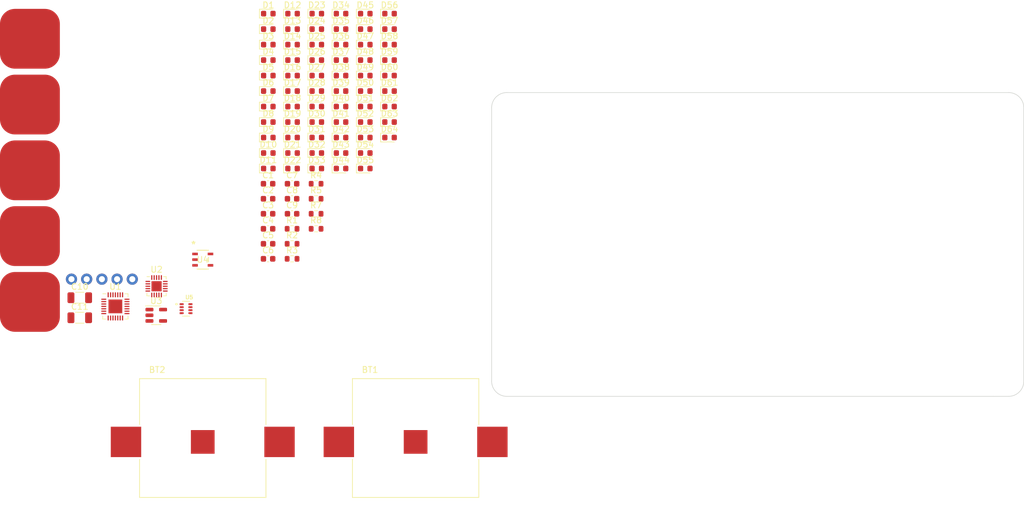
<source format=kicad_pcb>
(kicad_pcb (version 20221018) (generator pcbnew)
  (layers (0 "F.Cu" signal) (31 "B.Cu" signal) (34 "B.Paste" user) (35 "F.Paste" user) (36 "B.SilkS" user "B.Silkscreen") (37 "F.SilkS" user "F.Silkscreen") (38 "B.Mask" user) (39 "F.Mask" user) (44 "Edge.Cuts" user))
  (net 0 "")
  (net 1 "Net-(BT1-PadN)")
  (net 2 "VBATT")
  (net 3 "GND")
  (net 4 "+3V0")
  (net 5 "Net-(U1-C_FILT)")
  (net 6 "IN")
  (net 7 "Net-(U1-IN)")
  (net 8 "VCC")
  (net 9 "+1V8")
  (net 10 "/CA1")
  (net 11 "+5V")
  (net 12 "UPDI")
  (net 13 "TX")
  (net 14 "RX")
  (net 15 "SCL")
  (net 16 "SDA")
  (net 17 "Net-(U1-AD)")
  (net 18 "Net-(U1-R_EXT)")
  (net 19 "Net-(U5-PR1)")
  (net 20 "Net-(SW1-A)")
  (net 21 "Net-(SW2-A)")
  (net 22 "Net-(SW3-A)")
  (net 23 "Net-(SW4-A)")
  (net 24 "Net-(SW5-A)")
  (net 26 "SDB")
  (net 27 "INT")
  (net 46 "/CA6")
  (footprint "SparkFun-Switch:Button-CapacitiveTouch" (layer "F.Cu") (at 27.0075 60.425)
    (fp_text reference "SW2")
    (fp_text value "DOWN")
    (pad "1" smd roundrect (at 0 0) (size 10 10) (layers "F.Cu") (net 21 "Net-(SW2-A)"))
  )
  (footprint "Keystone 3002:BAT_3002" (layer "F.Cu") (at 91.44 116.84)
    (fp_text reference "BT1" (at -7.62 -12.065) (layer "F.SilkS"))
    (fp_text value "3002")
    (pad "N" smd rect (at 0 0) (size 3.96 3.96) (layers "F.Cu" "F.Mask") (net 1 "Net-(BT1-PadN)"))
    (pad "P1" smd rect (at -12.825 0) (size 5.08 5.08) (layers "F.Cu" "F.Paste" "F.Mask") (net 2 "VBATT"))
    (pad "P2" smd rect (at 12.825 0) (size 5.08 5.08) (layers "F.Cu" "F.Paste" "F.Mask"))
  )
  (footprint "LED_SMD:LED_0603_1608Metric" (layer "F.Cu") (at 70.8825 65.94)
    (fp_text reference "D20" (at 0 -1.43) (layer "F.SilkS"))
    (fp_text value "LED")
    (pad "1" smd roundrect (at -0.7875 0) (size 0.875 0.95) (layers "F.Cu" "F.Paste" "F.Mask") (net 46 "/CA6"))
    (pad "2" smd roundrect (at 0.7875 0) (size 0.875 0.95) (layers "F.Cu" "F.Paste" "F.Mask") (net 46 "/CA6"))
  )
  (footprint "LED_SMD:LED_0603_1608Metric" (layer "F.Cu") (at 70.8825 60.76)
    (fp_text reference "D18" (at 0 -1.43) (layer "F.SilkS"))
    (fp_text value "LED")
    (pad "1" smd roundrect (at -0.7875 0) (size 0.875 0.95) (layers "F.Cu" "F.Paste" "F.Mask") (net 46 "/CA6"))
    (pad "2" smd roundrect (at 0.7875 0) (size 0.875 0.95) (layers "F.Cu" "F.Paste" "F.Mask") (net 46 "/CA6"))
  )
  (footprint "LED_SMD:LED_0603_1608Metric" (layer "F.Cu") (at 74.9325 68.53)
    (fp_text reference "D32" (at 0 -1.43) (layer "F.SilkS"))
    (fp_text value "LED")
    (pad "1" smd roundrect (at -0.7875 0) (size 0.875 0.95) (layers "F.Cu" "F.Paste" "F.Mask") (net 46 "/CA6"))
    (pad "2" smd roundrect (at 0.7875 0) (size 0.875 0.95) (layers "F.Cu" "F.Paste" "F.Mask") (net 46 "/CA6"))
  )
  (footprint "Capacitor_SMD:C_0603_1608Metric" (layer "F.Cu") (at 70.8025 76.18)
    (fp_text reference "C8" (at 0 -1.43) (layer "F.SilkS"))
    (fp_text value "1uF")
    (pad "1" smd roundrect (at -0.775 0) (size 0.9 0.95) (layers "F.Cu" "F.Paste" "F.Mask") (net 8 "VCC"))
    (pad "2" smd roundrect (at 0.775 0) (size 0.9 0.95) (layers "F.Cu" "F.Paste" "F.Mask") (net 3 "GND"))
  )
  (footprint "SparkFun-Switch:Button-CapacitiveTouch" (layer "F.Cu") (at 27.0075 71.425)
    (fp_text reference "SW3")
    (fp_text value "LEFT")
    (pad "1" smd roundrect (at 0 0) (size 10 10) (layers "F.Cu") (net 22 "Net-(SW3-A)"))
  )
  (footprint "LED_SMD:LED_0603_1608Metric" (layer "F.Cu") (at 66.8325 68.53)
    (fp_text reference "D10" (at 0 -1.43) (layer "F.SilkS"))
    (fp_text value "LED")
    (pad "1" smd roundrect (at -0.7875 0) (size 0.875 0.95) (layers "F.Cu" "F.Paste" "F.Mask") (net 46 "/CA6"))
    (pad "2" smd roundrect (at 0.7875 0) (size 0.875 0.95) (layers "F.Cu" "F.Paste" "F.Mask") (net 46 "/CA6"))
  )
  (footprint "Resistor_SMD:R_0603_1608Metric" (layer "F.Cu") (at 70.8025 81.2)
    (fp_text reference "R1" (at 0 -1.43) (layer "F.SilkS"))
    (fp_text value "10k")
    (pad "1" smd roundrect (at -0.825 0) (size 0.8 0.95) (layers "F.Cu" "F.Paste" "F.Mask") (net 9 "+1V8"))
    (pad "2" smd roundrect (at 0.825 0) (size 0.8 0.95) (layers "F.Cu" "F.Paste" "F.Mask") (net 15 "SCL"))
  )
  (footprint "LED_SMD:LED_0603_1608Metric" (layer "F.Cu") (at 66.8325 45.22)
    (fp_text reference "D1" (at 0 -1.43) (layer "F.SilkS"))
    (fp_text value "LED")
    (pad "1" smd roundrect (at -0.7875 0) (size 0.875 0.95) (layers "F.Cu" "F.Paste" "F.Mask") (net 10 "/CA1"))
    (pad "2" smd roundrect (at 0.7875 0) (size 0.875 0.95) (layers "F.Cu" "F.Paste" "F.Mask") (net 46 "/CA6"))
  )
  (footprint "LED_SMD:LED_0603_1608Metric" (layer "F.Cu") (at 66.8325 52.99)
    (fp_text reference "D4" (at 0 -1.43) (layer "F.SilkS"))
    (fp_text value "LED")
    (pad "1" smd roundrect (at -0.7875 0) (size 0.875 0.95) (layers "F.Cu" "F.Paste" "F.Mask") (net 10 "/CA1"))
    (pad "2" smd roundrect (at 0.7875 0) (size 0.875 0.95) (layers "F.Cu" "F.Paste" "F.Mask") (net 46 "/CA6"))
  )
  (footprint "LED_SMD:LED_0603_1608Metric" (layer "F.Cu") (at 66.8325 55.58)
    (fp_text reference "D5" (at 0 -1.43) (layer "F.SilkS"))
    (fp_text value "LED")
    (pad "1" smd roundrect (at -0.7875 0) (size 0.875 0.95) (layers "F.Cu" "F.Paste" "F.Mask") (net 10 "/CA1"))
    (pad "2" smd roundrect (at 0.7875 0) (size 0.875 0.95) (layers "F.Cu" "F.Paste" "F.Mask") (net 46 "/CA6"))
  )
  (footprint "LED_SMD:LED_0603_1608Metric" (layer "F.Cu") (at 66.8325 47.81)
    (fp_text reference "D2" (at 0 -1.43) (layer "F.SilkS"))
    (fp_text value "LED")
    (pad "1" smd roundrect (at -0.7875 0) (size 0.875 0.95) (layers "F.Cu" "F.Paste" "F.Mask") (net 10 "/CA1"))
    (pad "2" smd roundrect (at 0.7875 0) (size 0.875 0.95) (layers "F.Cu" "F.Paste" "F.Mask") (net 46 "/CA6"))
  )
  (footprint "LED_SMD:LED_0603_1608Metric" (layer "F.Cu") (at 74.9325 55.58)
    (fp_text reference "D27" (at 0 -1.43) (layer "F.SilkS"))
    (fp_text value "LED")
    (pad "1" smd roundrect (at -0.7875 0) (size 0.875 0.95) (layers "F.Cu" "F.Paste" "F.Mask") (net 46 "/CA6"))
    (pad "2" smd roundrect (at 0.7875 0) (size 0.875 0.95) (layers "F.Cu" "F.Paste" "F.Mask") (net 46 "/CA6"))
  )
  (footprint "Capacitor_SMD:C_0603_1608Metric" (layer "F.Cu") (at 66.7925 86.22)
    (fp_text reference "C6" (at 0 -1.43) (layer "F.SilkS"))
    (fp_text value "1uF")
    (pad "1" smd roundrect (at -0.775 0) (size 0.9 0.95) (layers "F.Cu" "F.Paste" "F.Mask") (net 8 "VCC"))
    (pad "2" smd roundrect (at 0.775 0) (size 0.9 0.95) (layers "F.Cu" "F.Paste" "F.Mask") (net 3 "GND"))
  )
  (footprint "LED_SMD:LED_0603_1608Metric" (layer "F.Cu") (at 70.8825 47.81)
    (fp_text reference "D13" (at 0 -1.43) (layer "F.SilkS"))
    (fp_text value "LED")
    (pad "1" smd roundrect (at -0.7875 0) (size 0.875 0.95) (layers "F.Cu" "F.Paste" "F.Mask") (net 46 "/CA6"))
    (pad "2" smd roundrect (at 0.7875 0) (size 0.875 0.95) (layers "F.Cu" "F.Paste" "F.Mask") (net 46 "/CA6"))
  )
  (footprint "LED_SMD:LED_0603_1608Metric" (layer "F.Cu") (at 74.9325 50.4)
    (fp_text reference "D25" (at 0 -1.43) (layer "F.SilkS"))
    (fp_text value "LED")
    (pad "1" smd roundrect (at -0.7875 0) (size 0.875 0.95) (layers "F.Cu" "F.Paste" "F.Mask") (net 46 "/CA6"))
    (pad "2" smd roundrect (at 0.7875 0) (size 0.875 0.95) (layers "F.Cu" "F.Paste" "F.Mask") (net 10 "/CA1"))
  )
  (footprint "LED_SMD:LED_0603_1608Metric" (layer "F.Cu") (at 83.0325 50.4)
    (fp_text reference "D47" (at 0 -1.43) (layer "F.SilkS"))
    (fp_text value "LED")
    (pad "1" smd roundrect (at -0.7875 0) (size 0.875 0.95) (layers "F.Cu" "F.Paste" "F.Mask") (net 46 "/CA6"))
    (pad "2" smd roundrect (at 0.7875 0) (size 0.875 0.95) (layers "F.Cu" "F.Paste" "F.Mask") (net 46 "/CA6"))
  )
  (footprint "Keystone 3002:BAT_3002" (layer "F.Cu") (at 55.88 116.84)
    (fp_text reference "BT2" (at -7.62 -12.065) (layer "F.SilkS"))
    (fp_text value "3002")
    (pad "N" smd rect (at 0 0) (size 3.96 3.96) (layers "F.Cu" "F.Mask") (net 3 "GND"))
    (pad "P1" smd rect (at -12.825 0) (size 5.08 5.08) (layers "F.Cu" "F.Paste" "F.Mask") (net 1 "Net-(BT1-PadN)"))
    (pad "P2" smd rect (at 12.825 0) (size 5.08 5.08) (layers "F.Cu" "F.Paste" "F.Mask"))
  )
  (footprint "SparkFun-Connector:1X05" (layer "F.Cu") (at 33.9473 89.6248)
    (fp_text reference "J2")
    (fp_text value "DEBUG")
    (pad "1" thru_hole circle (at 0 0 90) (size 1.8796 1.8796) (drill 1.016) (layers "*.Cu" "*.Mask") (net 11 "+5V"))
    (pad "2" thru_hole circle (at 2.54 0 90) (size 1.8796 1.8796) (drill 1.016) (layers "*.Cu" "*.Mask") (net 12 "UPDI"))
    (pad "3" thru_hole circle (at 5.08 0 90) (size 1.8796 1.8796) (drill 1.016) (layers "*.Cu" "*.Mask") (net 13 "TX"))
    (pad "4" thru_hole circle (at 7.62 0 90) (size 1.8796 1.8796) (drill 1.016) (layers "*.Cu" "*.Mask") (net 14 "RX"))
    (pad "5" thru_hole circle (at 10.16 0 90) (size 1.8796 1.8796) (drill 1.016) (layers "*.Cu" "*.Mask") (net 3 "GND"))
  )
  (footprint "LED_SMD:LED_0603_1608Metric" (layer "F.Cu") (at 66.8325 71.12)
    (fp_text reference "D11" (at 0 -1.43) (layer "F.SilkS"))
    (fp_text value "LED")
    (pad "1" smd roundrect (at -0.7875 0) (size 0.875 0.95) (layers "F.Cu" "F.Paste" "F.Mask") (net 46 "/CA6"))
    (pad "2" smd roundrect (at 0.7875 0) (size 0.875 0.95) (layers "F.Cu" "F.Paste" "F.Mask") (net 46 "/CA6"))
  )
  (footprint "LED_SMD:LED_0603_1608Metric" (layer "F.Cu") (at 70.8825 63.35)
    (fp_text reference "D19" (at 0 -1.43) (layer "F.SilkS"))
    (fp_text value "LED")
    (pad "1" smd roundrect (at -0.7875 0) (size 0.875 0.95) (layers "F.Cu" "F.Paste" "F.Mask") (net 46 "/CA6"))
    (pad "2" smd roundrect (at 0.7875 0) (size 0.875 0.95) (layers "F.Cu" "F.Paste" "F.Mask") (net 46 "/CA6"))
  )
  (footprint "LED_SMD:LED_0603_1608Metric" (layer "F.Cu") (at 87.0825 45.22)
    (fp_text reference "D56" (at 0 -1.43) (layer "F.SilkS"))
    (fp_text value "LED")
    (pad "1" smd roundrect (at -0.7875 0) (size 0.875 0.95) (layers "F.Cu" "F.Paste" "F.Mask") (net 46 "/CA6"))
    (pad "2" smd roundrect (at 0.7875 0) (size 0.875 0.95) (layers "F.Cu" "F.Paste" "F.Mask") (net 46 "/CA6"))
  )
  (footprint "LED_SMD:LED_0603_1608Metric" (layer "F.Cu") (at 87.0825 60.76)
    (fp_text reference "D62" (at 0 -1.43) (layer "F.SilkS"))
    (fp_text value "LED")
    (pad "1" smd roundrect (at -0.7875 0) (size 0.875 0.95) (layers "F.Cu" "F.Paste" "F.Mask") (net 46 "/CA6"))
    (pad "2" smd roundrect (at 0.7875 0) (size 0.875 0.95) (layers "F.Cu" "F.Paste" "F.Mask") (net 46 "/CA6"))
  )
  (footprint "LED_SMD:LED_0603_1608Metric" (layer "F.Cu") (at 70.8825 45.22)
    (fp_text reference "D12" (at 0 -1.43) (layer "F.SilkS"))
    (fp_text value "LED")
    (pad "1" smd roundrect (at -0.7875 0) (size 0.875 0.95) (layers "F.Cu" "F.Paste" "F.Mask") (net 46 "/CA6"))
    (pad "2" smd roundrect (at 0.7875 0) (size 0.875 0.95) (layers "F.Cu" "F.Paste" "F.Mask") (net 46 "/CA6"))
  )
  (footprint "LED_SMD:LED_0603_1608Metric" (layer "F.Cu") (at 83.0325 47.81)
    (fp_text reference "D46" (at 0 -1.43) (layer "F.SilkS"))
    (fp_text value "LED")
    (pad "1" smd roundrect (at -0.7875 0) (size 0.875 0.95) (layers "F.Cu" "F.Paste" "F.Mask") (net 46 "/CA6"))
    (pad "2" smd roundrect (at 0.7875 0) (size 0.875 0.95) (layers "F.Cu" "F.Paste" "F.Mask") (net 46 "/CA6"))
  )
  (footprint "LED_SMD:LED_0603_1608Metric" (layer "F.Cu") (at 70.8825 50.4)
    (fp_text reference "D14" (at 0 -1.43) (layer "F.SilkS"))
    (fp_text value "LED")
    (pad "1" smd roundrect (at -0.7875 0) (size 0.875 0.95) (layers "F.Cu" "F.Paste" "F.Mask") (net 46 "/CA6"))
    (pad "2" smd roundrect (at 0.7875 0) (size 0.875 0.95) (layers "F.Cu" "F.Paste" "F.Mask") (net 46 "/CA6"))
  )
  (footprint "LED_SMD:LED_0603_1608Metric" (layer "F.Cu") (at 87.0825 65.94)
    (fp_text reference "D64" (at 0 -1.43) (layer "F.SilkS"))
    (fp_text value "LED")
    (pad "1" smd roundrect (at -0.7875 0) (size 0.875 0.95) (layers "F.Cu" "F.Paste" "F.Mask") (net 46 "/CA6"))
    (pad "2" smd roundrect (at 0.7875 0) (size 0.875 0.95) (layers "F.Cu" "F.Paste" "F.Mask") (net 46 "/CA6"))
  )
  (footprint "LED_SMD:LED_0603_1608Metric" (layer "F.Cu") (at 66.8325 60.76)
    (fp_text reference "D7" (at 0 -1.43) (layer "F.SilkS"))
    (fp_text value "LED")
    (pad "1" smd roundrect (at -0.7875 0) (size 0.875 0.95) (layers "F.Cu" "F.Paste" "F.Mask") (net 10 "/CA1"))
    (pad "2" smd roundrect (at 0.7875 0) (size 0.875 0.95) (layers "F.Cu" "F.Paste" "F.Mask") (net 46 "/CA6"))
  )
  (footprint "LED_SMD:LED_0603_1608Metric" (layer "F.Cu") (at 74.9325 47.81)
    (fp_text reference "D24" (at 0 -1.43) (layer "F.SilkS"))
    (fp_text value "LED")
    (pad "1" smd roundrect (at -0.7875 0) (size 0.875 0.95) (layers "F.Cu" "F.Paste" "F.Mask") (net 46 "/CA6"))
    (pad "2" smd roundrect (at 0.7875 0) (size 0.875 0.95) (layers "F.Cu" "F.Paste" "F.Mask") (net 46 "/CA6"))
  )
  (footprint "LED_SMD:LED_0603_1608Metric" (layer "F.Cu") (at 83.0325 63.35)
    (fp_text reference "D52" (at 0 -1.43) (layer "F.SilkS"))
    (fp_text value "LED")
    (pad "1" smd roundrect (at -0.7875 0) (size 0.875 0.95) (layers "F.Cu" "F.Paste" "F.Mask") (net 46 "/CA6"))
    (pad "2" smd roundrect (at 0.7875 0) (size 0.875 0.95) (layers "F.Cu" "F.Paste" "F.Mask") (net 46 "/CA6"))
  )
  (footprint "Capacitor_SMD:C_0603_1608Metric" (layer "F.Cu") (at 66.7925 83.71)
    (fp_text reference "C5" (at 0 -1.43) (layer "F.SilkS"))
    (fp_text value "0.1uF")
    (pad "1" smd roundrect (at -0.775 0) (size 0.9 0.95) (layers "F.Cu" "F.Paste" "F.Mask") (net 6 "IN"))
    (pad "2" smd roundrect (at 0.775 0) (size 0.9 0.95) (layers "F.Cu" "F.Paste" "F.Mask") (net 7 "Net-(U1-IN)"))
  )
  (footprint "Package_DFN_QFN:VQFN-20-1EP_3x3mm_P0.4mm_EP1.7x1.7mm" (layer "F.Cu") (at 48.1625 90.81)
    (fp_text reference "U2" (at 0 -2.8) (layer "F.SilkS"))
    (fp_text value "ATtiny1616-M")
    (pad "1" smd custom (at -1.45 -0.8) (size 0.143431 0.143431) (layers "F.Cu" "F.Paste" "F.Mask") (net 14 "RX") (options (clearance outline) (anchor circle)) (primitives (gr_poly (pts (xy 0.35 0.000711) (xy 0.35 0.05) (xy -0.35 0.05) (xy -0.35 -0.05) (xy 0.299289 -0.05)) (width 0.1) (fill yes))))
    (pad "2" smd roundrect (at -1.45 -0.4) (size 0.8 0.2) (layers "F.Cu" "F.Paste" "F.Mask"))
    (pad "3" smd roundrect (at -1.45 0) (size 0.8 0.2) (layers "F.Cu" "F.Paste" "F.Mask") (net 3 "GND"))
    (pad "4" smd roundrect (at -1.45 0.4) (size 0.8 0.2) (layers "F.Cu" "F.Paste" "F.Mask") (net 9 "+1V8"))
    (pad "5" smd custom (at -1.45 0.8) (size 0.143431 0.143431) (layers "F.Cu" "F.Paste" "F.Mask") (net 20 "Net-(SW1-A)") (options (clearance outline) (anchor circle)) (primitives (gr_poly (pts (xy 0.35 -0.000711) (xy 0.299289 0.05) (xy -0.35 0.05) (xy -0.35 -0.05) (xy 0.35 -0.05)) (width 0.1) (fill yes))))
    (pad "6" smd custom (at -0.8 1.45) (size 0.143431 0.143431) (layers "F.Cu" "F.Paste" "F.Mask") (net 21 "Net-(SW2-A)") (options (clearance outline) (anchor circle)) (primitives (gr_poly (pts (xy 0.05 0.35) (xy -0.05 0.35) (xy -0.05 -0.299289) (xy 0.000711 -0.35) (xy 0.05 -0.35)) (width 0.1) (fill yes))))
    (pad "7" smd roundrect (at -0.4 1.45) (size 0.2 0.8) (layers "F.Cu" "F.Paste" "F.Mask") (net 22 "Net-(SW3-A)"))
    (pad "8" smd roundrect (at 0 1.45) (size 0.2 0.8) (layers "F.Cu" "F.Paste" "F.Mask") (net 23 "Net-(SW4-A)"))
    (pad "9" smd roundrect (at 0.4 1.45) (size 0.2 0.8) (layers "F.Cu" "F.Paste" "F.Mask") (net 27 "INT"))
    (pad "10" smd custom (at 0.8 1.45) (size 0.143431 0.143431) (layers "F.Cu" "F.Paste" "F.Mask") (options (clearance outline) (anchor circle)) (primitives (gr_poly (pts (xy 0.05 -0.299289) (xy 0.05 0.35) (xy -0.05 0.35) (xy -0.05 -0.35) (xy -0.000711 -0.35)) (width 0.1) (fill yes))))
    (pad "11" smd custom (at 1.45 0.8) (size 0.143431 0.143431) (layers "F.Cu" "F.Paste" "F.Mask") (net 6 "IN") (options (clearance outline) (anchor circle)) (primitives (gr_poly (pts (xy 0.35 0.05) (xy -0.299289 0.05) (xy -0.35 -0.000711) (xy -0.35 -0.05) (xy 0.35 -0.05)) (width 0.1) (fill yes))))
    (pad "12" smd roundrect (at 1.45 0.4) (size 0.8 0.2) (layers "F.Cu" "F.Paste" "F.Mask") (net 26 "SDB"))
    (pad "13" smd roundrect (at 1.45 0) (size 0.8 0.2) (layers "F.Cu" "F.Paste" "F.Mask") (net 16 "SDA"))
    (pad "14" smd roundrect (at 1.45 -0.4) (size 0.8 0.2) (layers "F.Cu" "F.Paste" "F.Mask") (net 15 "SCL"))
    (pad "15" smd custom (at 1.45 -0.8) (size 0.143431 0.143431) (layers "F.Cu" "F.Paste" "F.Mask") (net 24 "Net-(SW5-A)") (options (clearance outline) (anchor circle)) (primitives (gr_poly (pts (xy 0.35 0.05) (xy -0.35 0.05) (xy -0.35 0.000711) (xy -0.299289 -0.05) (xy 0.35 -0.05)) (width 0.1) (fill yes))))
    (pad "16" smd custom (at 0.8 -1.45) (size 0.143431 0.143431) (layers "F.Cu" "F.Paste" "F.Mask") (options (clearance outline) (anchor circle)) (primitives (gr_poly (pts (xy 0.05 0.299289) (xy -0.000711 0.35) (xy -0.05 0.35) (xy -0.05 -0.35) (xy 0.05 -0.35)) (width 0.1) (fill yes))))
    (pad "17" smd roundrect (at 0.4 -1.45) (size 0.2 0.8) (layers "F.Cu" "F.Paste" "F.Mask"))
    (pad "18" smd roundrect (at 0 -1.45) (size 0.2 0.8) (layers "F.Cu" "F.Paste" "F.Mask"))
    (pad "19" smd roundrect (at -0.4 -1.45) (size 0.2 0.8) (layers "F.Cu" "F.Paste" "F.Mask") (net 12 "UPDI"))
    (pad "20" smd custom (at -0.8 -1.45) (size 0.143431 0.143431) (layers "F.Cu" "F.Paste" "F.Mask") (net 13 "TX") (options (clearance outline) (anchor circle)) (primitives (gr_poly (pts (xy 0.05 0.35) (xy 0.000711 0.35) (xy -0.05 0.299289) (xy -0.05 -0.35) (xy 0.05 -0.35)) (width 0.1) (fill yes))))
    (pad "21" smd rect (at 0 0) (size 1.7 1.7) (layers "F.Cu" "F.Mask") (net 3 "GND"))
  )
  (footprint "LED_SMD:LED_0603_1608Metric" (layer "F.Cu") (at 78.9825 58.17)
    (fp_text reference "D39" (at 0 -1.43) (layer "F.SilkS"))
    (fp_text value "LED")
    (pad "1" smd roundrect (at -0.7875 0) (size 0.875 0.95) (layers "F.Cu" "F.Paste" "F.Mask") (net 46 "/CA6"))
    (pad "2" smd roundrect (at 0.7875 0) (size 0.875 0.95) (layers "F.Cu" "F.Paste" "F.Mask") (net 46 "/CA6"))
  )
  (footprint "Resistor_SMD:R_0603_1608Metric" (layer "F.Cu") (at 74.8125 73.67)
    (fp_text reference "R4" (at 0 -1.43) (layer "F.SilkS"))
    (fp_text value "10k")
    (pad "1" smd roundrect (at -0.825 0) (size 0.8 0.95) (layers "F.Cu" "F.Paste" "F.Mask") (net 3 "GND"))
    (pad "2" smd roundrect (at 0.825 0) (size 0.8 0.95) (layers "F.Cu" "F.Paste" "F.Mask") (net 17 "Net-(U1-AD)"))
  )
  (footprint "LED_SMD:LED_0603_1608Metric" (layer "F.Cu") (at 74.9325 71.12)
    (fp_text reference "D33" (at 0 -1.43) (layer "F.SilkS"))
    (fp_text value "LED")
    (pad "1" smd roundrect (at -0.7875 0) (size 0.875 0.95) (layers "F.Cu" "F.Paste" "F.Mask") (net 46 "/CA6"))
    (pad "2" smd roundrect (at 0.7875 0) (size 0.875 0.95) (layers "F.Cu" "F.Paste" "F.Mask") (net 10 "/CA1"))
  )
  (footprint "LED_SMD:LED_0603_1608Metric" (layer "F.Cu") (at 70.8825 58.17)
    (fp_text reference "D17" (at 0 -1.43) (layer "F.SilkS"))
    (fp_text value "LED")
    (pad "1" smd roundrect (at -0.7875 0) (size 0.875 0.95) (layers "F.Cu" "F.Paste" "F.Mask") (net 46 "/CA6"))
    (pad "2" smd roundrect (at 0.7875 0) (size 0.875 0.95) (layers "F.Cu" "F.Paste" "F.Mask") (net 10 "/CA1"))
  )
  (footprint "Capacitor_SMD:C_0603_1608Metric" (layer "F.Cu") (at 70.8025 78.69)
    (fp_text reference "C9" (at 0 -1.43) (layer "F.SilkS"))
    (fp_text value "1uF")
    (pad "1" smd roundrect (at -0.775 0) (size 0.9 0.95) (layers "F.Cu" "F.Paste" "F.Mask") (net 9 "+1V8"))
    (pad "2" smd roundrect (at 0.775 0) (size 0.9 0.95) (layers "F.Cu" "F.Paste" "F.Mask") (net 3 "GND"))
  )
  (footprint "LED_SMD:LED_0603_1608Metric" (layer "F.Cu") (at 78.9825 52.99)
    (fp_text reference "D37" (at 0 -1.43) (layer "F.SilkS"))
    (fp_text value "LED")
    (pad "1" smd roundrect (at -0.7875 0) (size 0.875 0.95) (layers "F.Cu" "F.Paste" "F.Mask") (net 46 "/CA6"))
    (pad "2" smd roundrect (at 0.7875 0) (size 0.875 0.95) (layers "F.Cu" "F.Paste" "F.Mask") (net 46 "/CA6"))
  )
  (footprint "LED_SMD:LED_0603_1608Metric" (layer "F.Cu") (at 70.8825 68.53)
    (fp_text reference "D21" (at 0 -1.43) (layer "F.SilkS"))
    (fp_text value "LED")
    (pad "1" smd roundrect (at -0.7875 0) (size 0.875 0.95) (layers "F.Cu" "F.Paste" "F.Mask") (net 46 "/CA6"))
    (pad "2" smd roundrect (at 0.7875 0) (size 0.875 0.95) (layers "F.Cu" "F.Paste" "F.Mask") (net 46 "/CA6"))
  )
  (footprint "LED_SMD:LED_0603_1608Metric" (layer "F.Cu") (at 70.8825 55.58)
    (fp_text reference "D16" (at 0 -1.43) (layer "F.SilkS"))
    (fp_text value "LED")
    (pad "1" smd roundrect (at -0.7875 0) (size 0.875 0.95) (layers "F.Cu" "F.Paste" "F.Mask") (net 46 "/CA6"))
    (pad "2" smd roundrect (at 0.7875 0) (size 0.875 0.95) (layers "F.Cu" "F.Paste" "F.Mask") (net 46 "/CA6"))
  )
  (footprint "LED_SMD:LED_0603_1608Metric" (layer "F.Cu") (at 78.9825 60.76)
    (fp_text reference "D40" (at 0 -1.43) (layer "F.SilkS"))
    (fp_text value "LED")
    (pad "1" smd roundrect (at -0.7875 0) (size 0.875 0.95) (layers "F.Cu" "F.Paste" "F.Mask") (net 46 "/CA6"))
    (pad "2" smd roundrect (at 0.7875 0) (size 0.875 0.95) (layers "F.Cu" "F.Paste" "F.Mask") (net 46 "/CA6"))
  )
  (footprint "LED_SMD:LED_0603_1608Metric" (layer "F.Cu") (at 83.0325 68.53)
    (fp_text reference "D54" (at 0 -1.43) (layer "F.SilkS"))
    (fp_text value "LED")
    (pad "1" smd roundrect (at -0.7875 0) (size 0.875 0.95) (layers "F.Cu" "F.Paste" "F.Mask") (net 46 "/CA6"))
    (pad "2" smd roundrect (at 0.7875 0) (size 0.875 0.95) (layers "F.Cu" "F.Paste" "F.Mask") (net 46 "/CA6"))
  )
  (footprint "Resistor_SMD:R_0603_1608Metric" (layer "F.Cu") (at 74.8125 76.18)
    (fp_text reference "R5" (at 0 -1.43) (layer "F.SilkS"))
    (fp_text value "20k")
    (pad "1" smd roundrect (at -0.825 0) (size 0.8 0.95) (layers "F.Cu" "F.Paste" "F.Mask") (net 18 "Net-(U1-R_EXT)"))
    (pad "2" smd roundrect (at 0.825 0) (size 0.8 0.95) (layers "F.Cu" "F.Paste" "F.Mask") (net 3 "GND"))
  )
  (footprint "LED_SMD:LED_0603_1608Metric" (layer "F.Cu") (at 87.0825 63.35)
    (fp_text reference "D63" (at 0 -1.43) (layer "F.SilkS"))
    (fp_text value "LED")
    (pad "1" smd roundrect (at -0.7875 0) (size 0.875 0.95) (layers "F.Cu" "F.Paste" "F.Mask") (net 46 "/CA6"))
    (pad "2" smd roundrect (at 0.7875 0) (size 0.875 0.95) (layers "F.Cu" "F.Paste" "F.Mask") (net 46 "/CA6"))
  )
  (footprint "LED_SMD:LED_0603_1608Metric" (layer "F.Cu") (at 83.0325 58.17)
    (fp_text reference "D50" (at 0 -1.43) (layer "F.SilkS"))
    (fp_text value "LED")
    (pad "1" smd roundrect (at -0.7875 0) (size 0.875 0.95) (layers "F.Cu" "F.Paste" "F.Mask") (net 46 "/CA6"))
    (pad "2" smd roundrect (at 0.7875 0) (size 0.875 0.95) (layers "F.Cu" "F.Paste" "F.Mask") (net 46 "/CA6"))
  )
  (footprint "Package_DFN_QFN:QFN-28-1EP_4x4mm_P0.4mm_EP2.3x2.3mm" (layer "F.Cu") (at 41.2825 94.18)
    (fp_text reference "U1" (at 0 -3.3) (layer "F.SilkS"))
    (fp_text value "IS31FL3731-QF")
    (pad "1" smd roundrect (at -1.9375 -1.2) (size 0.825 0.2) (layers "F.Cu" "F.Paste" "F.Mask"))
    (pad "2" smd roundrect (at -1.9375 -0.8) (size 0.825 0.2) (layers "F.Cu" "F.Paste" "F.Mask") (net 4 "+3V0"))
    (pad "3" smd roundrect (at -1.9375 -0.4) (size 0.825 0.2) (layers "F.Cu" "F.Paste" "F.Mask") (net 26 "SDB"))
    (pad "4" smd roundrect (at -1.9375 0) (size 0.825 0.2) (layers "F.Cu" "F.Paste" "F.Mask") (net 27 "INT"))
    (pad "5" smd roundrect (at -1.9375 0.4) (size 0.825 0.2) (layers "F.Cu" "F.Paste" "F.Mask") (net 3 "GND"))
    (pad "6" smd roundrect (at -1.9375 0.8) (size 0.825 0.2) (layers "F.Cu" "F.Paste" "F.Mask") (net 18 "Net-(U1-R_EXT)"))
    (pad "7" smd roundrect (at -1.9375 1.2) (size 0.825 0.2) (layers "F.Cu" "F.Paste" "F.Mask"))
    (pad "8" smd roundrect (at -1.2 1.9375) (size 0.2 0.825) (layers "F.Cu" "F.Paste" "F.Mask"))
    (pad "9" smd roundrect (at -0.8 1.9375) (size 0.2 0.825) (layers "F.Cu" "F.Paste" "F.Mask"))
    (pad "10" smd roundrect (at -0.4 1.9375) (size 0.2 0.825) (layers "F.Cu" "F.Paste" "F.Mask"))
    (pad "11" smd roundrect (at 0 1.9375) (size 0.2 0.825) (layers "F.Cu" "F.Paste" "F.Mask"))
    (pad "12" smd roundrect (at 0.4 1.9375) (size 0.2 0.825) (layers "F.Cu" "F.Paste" "F.Mask"))
    (pad "13" smd roundrect (at 0.8 1.9375) (size 0.2 0.825) (layers "F.Cu" "F.Paste" "F.Mask"))
    (pad "14" smd roundrect (at 1.2 1.9375) (size 0.2 0.825) (layers "F.Cu" "F.Paste" "F.Mask"))
    (pad "15" smd roundrect (at 1.9375 1.2) (size 0.825 0.2) (layers "F.Cu" "F.Paste" "F.Mask"))
    (pad "16" smd roundrect (at 1.9375 0.8) (size 0.825 0.2) (layers "F.Cu" "F.Paste" "F.Mask") (net 5 "Net-(U1-C_FILT)"))
    (pad "17" smd roundrect (at 1.9375 0.4) (size 0.825 0.2) (layers "F.Cu" "F.Paste" "F.Mask") (net 7 "Net-(U1-IN)"))
    (pad "18" smd roundrect (at 1.9375 0) (size 0.825 0.2) (layers "F.Cu" "F.Paste" "F.Mask") (net 17 "Net-(U1-AD)"))
    (pad "19" smd roundrect (at 1.9375 -0.4) (size 0.825 0.2) (layers "F.Cu" "F.Paste" "F.Mask") (net 16 "SDA"))
    (pad "20" smd roundrect (at 1.9375 -0.8) (size 0.825 0.2) (layers "F.Cu" "F.Paste" "F.Mask") (net 15 "SCL"))
    (pad "21" smd roundrect (at 1.9375 -1.2) (size 0.825 0.2) (layers "F.Cu" "F.Paste" "F.Mask") (net 10 "/CA1"))
    (pad "22" smd roundrect (at 1.2 -1.9375) (size 0.2 0.825) (layers "F.Cu" "F.Paste" "F.Mask") (net 46 "/CA6"))
    (pad "23" smd roundrect (at 0.8 -1.9375) (size 0.2 0.825) (layers "F.Cu" "F.Paste" "F.Mask") (net 46 "/CA6"))
    (pad "24" smd roundrect (at 0.4 -1.9375) (size 0.2 0.825) (layers "F.Cu" "F.Paste" "F.Mask") (net 46 "/CA6"))
    (pad "25" smd roundrect (at 0 -1.9375) (size 0.2 0.825) (layers "F.Cu" "F.Paste" "F.Mask") (net 46 "/CA6"))
    (pad "26" smd roundrect (at -0.4 -1.9375) (size 0.2 0.825) (layers "F.Cu" "F.Paste" "F.Mask") (net 46 "/CA6"))
    (pad "27" smd roundrect (at -0.8 -1.9375) (size 0.2 0.825) (layers "F.Cu" "F.Paste" "F.Mask") (net 46 "/CA6"))
    (pad "28" smd roundrect (at -1.2 -1.9375) (size 0.2 0.825) (layers "F.Cu" "F.Paste" "F.Mask") (net 46 "/CA6"))
    (pad "29" smd rect (at 0 0) (size 2.3 2.3) (layers "F.Cu" "F.Mask") (net 3 "GND"))
  )
  (footprint "LED_SMD:LED_0603_1608Metric" (layer "F.Cu") (at 83.0325 52.99)
    (fp_text reference "D48" (at 0 -1.43) (layer "F.SilkS"))
    (fp_text value "LED")
    (pad "1" smd roundrect (at -0.7875 0) (size 0.875 0.95) (layers "F.Cu" "F.Paste" "F.Mask") (net 46 "/CA6"))
    (pad "2" smd roundrect (at 0.7875 0) (size 0.875 0.95) (layers "F.Cu" "F.Paste" "F.Mask") (net 46 "/CA6"))
  )
  (footprint "LED_SMD:LED_0603_1608Metric" (layer "F.Cu") (at 83.0325 65.94)
    (fp_text reference "D53" (at 0 -1.43) (layer "F.SilkS"))
    (fp_text value "LED")
    (pad "1" smd roundrect (at -0.7875 0) (size 0.875 0.95) (layers "F.Cu" "F.Paste" "F.Mask") (net 46 "/CA6"))
    (pad "2" smd roundrect (at 0.7875 0) (size 0.875 0.95) (layers "F.Cu" "F.Paste" "F.Mask") (net 46 "/CA6"))
  )
  (footprint "LED_SMD:LED_0603_1608Metric" (layer "F.Cu") (at 74.9325 52.99)
    (fp_text reference "D26" (at 0 -1.43) (layer "F.SilkS"))
    (fp_text value "LED")
    (pad "1" smd roundrect (at -0.7875 0) (size 0.875 0.95) (layers "F.Cu" "F.Paste" "F.Mask") (net 46 "/CA6"))
    (pad "2" smd roundrect (at 0.7875 0) (size 0.875 0.95) (layers "F.Cu" "F.Paste" "F.Mask") (net 46 "/CA6"))
  )
  (footprint "LED_SMD:LED_0603_1608Metric" (layer "F.Cu") (at 70.8825 71.12)
    (fp_text reference "D22" (at 0 -1.43) (layer "F.SilkS"))
    (fp_text value "LED")
    (pad "1" smd roundrect (at -0.7875 0) (size 0.875 0.95) (layers "F.Cu" "F.Paste" "F.Mask") (net 46 "/CA6"))
    (pad "2" smd roundrect (at 0.7875 0) (size 0.875 0.95) (layers "F.Cu" "F.Paste" "F.Mask") (net 46 "/CA6"))
  )
  (footprint "Capacitor_SMD:C_0603_1608Metric" (layer "F.Cu") (at 66.7925 76.18)
    (fp_text reference "C2" (at 0 -1.43) (layer "F.SilkS"))
    (fp_text value "10uF")
    (pad "1" smd roundrect (at -0.775 0) (size 0.9 0.95) (layers "F.Cu" "F.Paste" "F.Mask") (net 4 "+3V0"))
    (pad "2" smd roundrect (at 0.775 0) (size 0.9 0.95) (layers "F.Cu" "F.Paste" "F.Mask") (net 3 "GND"))
  )
  (footprint "SparkFun-Switch:Button-CapacitiveTouch" (layer "F.Cu") (at 27.0075 82.425)
    (fp_text reference "SW4")
    (fp_text value "RIGTH")
    (pad "1" smd roundrect (at 0 0) (size 10 10) (layers "F.Cu") (net 23 "Net-(SW4-A)"))
  )
  (footprint "LED_SMD:LED_0603_1608Metric" (layer "F.Cu") (at 87.0825 58.17)
    (fp_text reference "D61" (at 0 -1.43) (layer "F.SilkS"))
    (fp_text value "LED")
    (pad "1" smd roundrect (at -0.7875 0) (size 0.875 0.95) (layers "F.Cu" "F.Paste" "F.Mask") (net 46 "/CA6"))
    (pad "2" smd roundrect (at 0.7875 0) (size 0.875 0.95) (layers "F.Cu" "F.Paste" "F.Mask") (net 46 "/CA6"))
  )
  (footprint "LED_SMD:LED_0603_1608Metric" (layer "F.Cu") (at 78.9825 47.81)
    (fp_text reference "D35" (at 0 -1.43) (layer "F.SilkS"))
    (fp_text value "LED")
    (pad "1" smd roundrect (at -0.7875 0) (size 0.875 0.95) (layers "F.Cu" "F.Paste" "F.Mask") (net 46 "/CA6"))
    (pad "2" smd roundrect (at 0.7875 0) (size 0.875 0.95) (layers "F.Cu" "F.Paste" "F.Mask") (net 46 "/CA6"))
  )
  (footprint "LED_SMD:LED_0603_1608Metric" (layer "F.Cu") (at 83.0325 45.22)
    (fp_text reference "D45" (at 0 -1.43) (layer "F.SilkS"))
    (fp_text value "LED")
    (pad "1" smd roundrect (at -0.7875 0) (size 0.875 0.95) (layers "F.Cu" "F.Paste" "F.Mask") (net 46 "/CA6"))
    (pad "2" smd roundrect (at 0.7875 0) (size 0.875 0.95) (layers "F.Cu" "F.Paste" "F.Mask") (net 46 "/CA6"))
  )
  (footprint "Capacitor_SMD:C_0603_1608Metric" (layer "F.Cu") (at 66.7925 81.2)
    (fp_text reference "C4" (at 0 -1.43) (layer "F.SilkS"))
    (fp_text value "0.1uF")
    (pad "1" smd roundrect (at -0.775 0) (size 0.9 0.95) (layers "F.Cu" "F.Paste" "F.Mask") (net 5 "Net-(U1-C_FILT)"))
    (pad "2" smd roundrect (at 0.775 0) (size 0.9 0.95) (layers "F.Cu" "F.Paste" "F.Mask") (net 3 "GND"))
  )
  (footprint "LED_SMD:LED_0603_1608Metric" (layer "F.Cu") (at 83.0325 60.76)
    (fp_text reference "D51" (at 0 -1.43) (layer "F.SilkS"))
    (fp_text value "LED")
    (pad "1" smd roundrect (at -0.7875 0) (size 0.875 0.95) (layers "F.Cu" "F.Paste" "F.Mask") (net 46 "/CA6"))
    (pad "2" smd roundrect (at 0.7875 0) (size 0.875 0.95) (layers "F.Cu" "F.Paste" "F.Mask") (net 46 "/CA6"))
  )
  (footprint "Capacitor_SMD:C_0603_1608Metric" (layer "F.Cu") (at 70.8025 73.67)
    (fp_text reference "C7" (at 0 -1.43) (layer "F.SilkS"))
    (fp_text value "1uF")
    (pad "1" smd roundrect (at -0.775 0) (size 0.9 0.95) (layers "F.Cu" "F.Paste" "F.Mask") (net 4 "+3V0"))
    (pad "2" smd roundrect (at 0.775 0) (size 0.9 0.95) (layers "F.Cu" "F.Paste" "F.Mask") (net 3 "GND"))
  )
  (footprint "SparkFun-Switch:Button-CapacitiveTouch" (layer "F.Cu") (at 27.0075 49.425)
    (fp_text reference "SW1")
    (fp_text value "UP")
    (pad "1" smd roundrect (at 0 0) (size 10 10) (layers "F.Cu") (net 20 "Net-(SW1-A)"))
  )
  (footprint "LED_SMD:LED_0603_1608Metric" (layer "F.Cu") (at 78.9825 55.58)
    (fp_text reference "D38" (at 0 -1.43) (layer "F.SilkS"))
    (fp_text value "LED")
    (pad "1" smd roundrect (at -0.7875 0) (size 0.875 0.95) (layers "F.Cu" "F.Paste" "F.Mask") (net 46 "/CA6"))
    (pad "2" smd roundrect (at 0.7875 0) (size 0.875 0.95) (layers "F.Cu" "F.Paste" "F.Mask") (net 46 "/CA6"))
  )
  (footprint "Resistor_SMD:R_0603_1608Metric" (layer "F.Cu") (at 74.8125 81.2)
    (fp_text reference "R8" (at 0 -1.43) (layer "F.SilkS"))
    (fp_text value "50R")
    (pad "1" smd roundrect (at -0.825 0) (size 0.8 0.95) (layers "F.Cu" "F.Paste" "F.Mask") (net 19 "Net-(U5-PR1)"))
    (pad "2" smd roundrect (at 0.825 0) (size 0.8 0.95) (layers "F.Cu" "F.Paste" "F.Mask") (net 3 "GND"))
  )
  (footprint "LED_SMD:LED_0603_1608Metric" (layer "F.Cu") (at 87.0825 55.58)
    (fp_text reference "D60" (at 0 -1.43) (layer "F.SilkS"))
    (fp_text value "LED")
    (pad "1" smd roundrect (at -0.7875 0) (size 0.875 0.95) (layers "F.Cu" "F.Paste" "F.Mask") (net 46 "/CA6"))
    (pad "2" smd roundrect (at 0.7875 0) (size 0.875 0.95) (layers "F.Cu" "F.Paste" "F.Mask") (net 46 "/CA6"))
  )
  (footprint "LED_SMD:LED_0603_1608Metric" (layer "F.Cu") (at 66.8325 50.4)
    (fp_text reference "D3" (at 0 -1.43) (layer "F.SilkS"))
    (fp_text value "LED")
    (pad "1" smd roundrect (at -0.7875 0) (size 0.875 0.95) (layers "F.Cu" "F.Paste" "F.Mask") (net 10 "/CA1"))
    (pad "2" smd roundrect (at 0.7875 0) (size 0.875 0.95) (layers "F.Cu" "F.Paste" "F.Mask") (net 46 "/CA6"))
  )
  (footprint "Capacitor_SMD:C_0603_1608Metric" (layer "F.Cu") (at 66.7925 73.67)
    (fp_text reference "C1" (at 0 -1.43) (layer "F.SilkS"))
    (fp_text value "10uF")
    (pad "1" smd roundrect (at -0.775 0) (size 0.9 0.95) (layers "F.Cu" "F.Paste" "F.Mask") (net 4 "+3V0"))
    (pad "2" smd roundrect (at 0.775 0) (size 0.9 0.95) (layers "F.Cu" "F.Paste" "F.Mask") (net 3 "GND"))
  )
  (footprint "LED_SMD:LED_0603_1608Metric" (layer "F.Cu") (at 87.0825 50.4)
    (fp_text reference "D58" (at 0 -1.43) (layer "F.SilkS"))
    (fp_text value "LED")
    (pad "1" smd roundrect (at -0.7875 0) (size 0.875 0.95) (layers "F.Cu" "F.Paste" "F.Mask") (net 46 "/CA6"))
    (pad "2" smd roundrect (at 0.7875 0) (size 0.875 0.95) (layers "F.Cu" "F.Paste" "F.Mask") (net 46 "/CA6"))
  )
  (footprint "Capacitor_SMD:C_0603_1608Metric" (layer "F.Cu") (at 66.7925 78.69)
    (fp_text reference "C3" (at 0 -1.43) (layer "F.SilkS"))
    (fp_text value "0.1uF")
    (pad "1" smd roundrect (at -0.775 0) (size 0.9 0.95) (layers "F.Cu" "F.Paste" "F.Mask") (net 4 "+3V0"))
    (pad "2" smd roundrect (at 0.775 0) (size 0.9 0.95) (layers "F.Cu" "F.Paste" "F.Mask") (net 3 "GND"))
  )
  (footprint "LED_SMD:LED_0603_1608Metric" (layer "F.Cu") (at 87.0825 47.81)
    (fp_text reference "D57" (at 0 -1.43) (layer "F.SilkS"))
    (fp_text value "LED")
    (pad "1" smd roundrect (at -0.7875 0) (size 0.875 0.95) (layers "F.Cu" "F.Paste" "F.Mask") (net 46 "/CA6"))
    (pad "2" smd roundrect (at 0.7875 0) (size 0.875 0.95) (layers "F.Cu" "F.Paste" "F.Mask") (net 10 "/CA1"))
  )
  (footprint "TPS2116DRLR:SOTFL50P160X60-8N" (layer "F.Cu") (at 53.0875 94.56)
    (fp_text reference "U5" (at 0.532 -1.9064) (layer "F.SilkS") (effects (font (size 0.64 0.64))))
    (fp_text value "TPS2116DRLR")
    (pad "1" smd roundrect (at -0.735 -0.75) (size 0.66 0.32) (layers "F.Cu" "F.Paste" "F.Mask") (roundrect_rratio 0.125) (net 3 "GND"))
    (pad "2" smd roundrect (at -0.735 -0.25) (size 0.66 0.32) (layers "F.Cu" "F.Paste" "F.Mask") (roundrect_rratio 0.125) (net 8 "VCC"))
    (pad "3" smd roundrect (at -0.735 0.25) (size 0.66 0.32) (layers "F.Cu" "F.Paste" "F.Mask") (roundrect_rratio 0.125) (net 11 "+5V"))
    (pad "4" smd roundrect (at -0.735 0.75) (size 0.66 0.32) (layers "F.Cu" "F.Paste" "F.Mask") (roundrect_rratio 0.125) (net 19 "Net-(U5-PR1)"))
    (pad "5" smd roundrect (at 0.735 0.75) (size 0.66 0.32) (layers "F.Cu" "F.Paste" "F.Mask") (roundrect_rratio 0.125) (net 11 "+5V"))
    (pad "6" smd roundrect (at 0.735 0.25) (size 0.66 0.32) (layers "F.Cu" "F.Paste" "F.Mask") (roundrect_rratio 0.125) (net 2 "VBATT"))
    (pad "7" smd roundrect (at 0.735 -0.25) (size 0.66 0.32) (layers "F.Cu" "F.Paste" "F.Mask") (roundrect_rratio 0.125))
    (pad "8" smd roundrect (at 0.735 -0.75) (size 0.66 0.32) (layers "F.Cu" "F.Paste" "F.Mask") (roundrect_rratio 0.125))
  )
  (footprint "LED_SMD:LED_0603_1608Metric" (layer "F.Cu") (at 78.9825 71.12)
    (fp_text reference "D44" (at 0 -1.43) (layer "F.SilkS"))
    (fp_text value "LED")
    (pad "1" smd roundrect (at -0.7875 0) (size 0.875 0.95) (layers "F.Cu" "F.Paste" "F.Mask") (net 46 "/CA6"))
    (pad "2" smd roundrect (at 0.7875 0) (size 0.875 0.95) (layers "F.Cu" "F.Paste" "F.Mask") (net 46 "/CA6"))
  )
  (footprint "Capacitor_SMD:C_1206_3216Metric" (layer "F.Cu") (at 35.3325 96.08)
    (fp_text reference "C11" (at 0 -1.85) (layer "F.SilkS"))
    (fp_text value "330uF")
    (pad "1" smd roundrect (at -1.475 0) (size 1.15 1.8) (layers "F.Cu" "F.Paste" "F.Mask") (roundrect_rratio 0.217391) (net 2 "VBATT"))
    (pad "2" smd roundrect (at 1.475 0) (size 1.15 1.8) (layers "F.Cu" "F.Paste" "F.Mask") (roundrect_rratio 0.217391) (net 3 "GND"))
  )
  (footprint "SparkFun-Switch:Button-CapacitiveTouch" (layer "F.Cu") (at 27.0075 93.425)
    (fp_text reference "SW5")
    (fp_text value "ACTION")
    (pad "1" smd roundrect (at 0 0) (size 10 10) (layers "F.Cu") (net 24 "Net-(SW5-A)"))
  )
  (footprint "Resistor_SMD:R_0603_1608Metric" (layer "F.Cu") (at 74.8125 78.69)
    (fp_text reference "R7" (at 0 -1.43) (layer "F.SilkS"))
    (fp_text value "50R")
    (pad "1" smd roundrect (at -0.825 0) (size 0.8 0.95) (layers "F.Cu" "F.Paste" "F.Mask") (net 11 "+5V"))
    (pad "2" smd roundrect (at 0.825 0) (size 0.8 0.95) (layers "F.Cu" "F.Paste" "F.Mask") (net 19 "Net-(U5-PR1)"))
  )
  (footprint "LED_SMD:LED_0603_1608Metric" (layer "F.Cu") (at 78.9825 65.94)
    (fp_text reference "D42" (at 0 -1.43) (layer "F.SilkS"))
    (fp_text value "LED")
    (pad "1" smd roundrect (at -0.7875 0) (size 0.875 0.95) (layers "F.Cu" "F.Paste" "F.Mask") (net 46 "/CA6"))
    (pad "2" smd roundrect (at 0.7875 0) (size 0.875 0.95) (layers "F.Cu" "F.Paste" "F.Mask") (net 46 "/CA6"))
  )
  (footprint "LED_SMD:LED_0603_1608Metric" (layer "F.Cu") (at 70.8825 52.99)
    (fp_text reference "D15" (at 0 -1.43) (layer "F.SilkS"))
    (fp_text value "LED")
    (pad "1" smd roundrect (at -0.7875 0) (size 0.875 0.95) (layers "F.Cu" "F.Paste" "F.Mask") (net 46 "/CA6"))
    (pad "2" smd roundrect (at 0.7875 0) (size 0.875 0.95) (layers "F.Cu" "F.Paste" "F.Mask") (net 46 "/CA6"))
  )
  (footprint "Capacitor_SMD:C_1206_3216Metric" (layer "F.Cu") (at 35.3325 92.73)
    (fp_text reference "C10" (at 0 -1.85) (layer "F.SilkS"))
    (fp_text value "330uF")
    (pad "1" smd roundrect (at -1.475 0) (size 1.15 1.8) (layers "F.Cu" "F.Paste" "F.Mask") (roundrect_rratio 0.217391) (net 2 "VBATT"))
    (pad "2" smd roundrect (at 1.475 0) (size 1.15 1.8) (layers "F.Cu" "F.Paste" "F.Mask") (roundrect_rratio 0.217391) (net 3 "GND"))
  )
  (footprint "LED_SMD:LED_0603_1608Metric" (layer "F.Cu") (at 78.9825 63.35)
    (fp_text reference "D41" (at 0 -1.43) (layer "F.SilkS"))
    (fp_text value "LED")
    (pad "1" smd roundrect (at -0.7875 0) (size 0.875 0.95) (layers "F.Cu" "F.Paste" "F.Mask") (net 46 "/CA6"))
    (pad "2" smd roundrect (at 0.7875 0) (size 0.875 0.95) (layers "F.Cu" "F.Paste" "F.Mask") (net 10 "/CA1"))
  )
  (footprint "LED_SMD:LED_0603_1608Metric" (layer "F.Cu") (at 74.9325 63.35)
    (fp_text reference "D30" (at 0 -1.43) (layer "F.SilkS"))
    (fp_text value "LED")
    (pad "1" smd roundrect (at -0.7875 0) (size 0.875 0.95) (layers "F.Cu" "F.Paste" "F.Mask") (net 46 "/CA6"))
    (pad "2" smd roundrect (at 0.7875 0) (size 0.875 0.95) (layers "F.Cu" "F.Paste" "F.Mask") (net 46 "/CA6"))
  )
  (footprint "Resistor_SMD:R_0603_1608Metric" (layer "F.Cu") (at 70.8025 86.22)
    (fp_text reference "R3" (at 0 -1.43) (layer "F.SilkS"))
    (fp_text value "10k")
    (pad "1" smd roundrect (at -0.825 0) (size 0.8 0.95) (layers "F.Cu" "F.Paste" "F.Mask") (net 9 "+1V8"))
    (pad "2" smd roundrect (at 0.825 0) (size 0.8 0.95) (layers "F.Cu" "F.Paste" "F.Mask") (net 12 "UPDI"))
  )
  (footprint "LED_SMD:LED_0603_1608Metric" (layer "F.Cu") (at 66.8325 58.17)
    (fp_text reference "D6" (at 0 -1.43) (layer "F.SilkS"))
    (fp_text value "LED")
    (pad "1" smd roundrect (at -0.7875 0) (size 0.875 0.95) (layers "F.Cu" "F.Paste" "F.Mask") (net 10 "/CA1"))
    (pad "2" smd roundrect (at 0.7875 0) (size 0.875 0.95) (layers "F.Cu" "F.Paste" "F.Mask") (net 46 "/CA6"))
  )
  (footprint "LED_SMD:LED_0603_1608Metric" (layer "F.Cu") (at 66.8325 65.94)
    (fp_text reference "D9" (at 0 -1.43) (layer "F.SilkS"))
    (fp_text value "LED")
    (pad "1" smd roundrect (at -0.7875 0) (size 0.875 0.95) (layers "F.Cu" "F.Paste" "F.Mask") (net 46 "/CA6"))
    (pad "2" smd roundrect (at 0.7875 0) (size 0.875 0.95) (layers "F.Cu" "F.Paste" "F.Mask") (net 10 "/CA1"))
  )
  (footprint "XC6210B182MR-G:SOT-25_TOR" (layer "F.Cu") (at 55.88 86.36)
    (fp_text reference "U4" (at 0 0 unlocked) (layer "F.SilkS"))
    (fp_text value "XC6210B182MR-G")
    (fp_text user "*" (at -1.54305 -2.5248 unlocked) (layer "F.SilkS"))
    (fp_text user "*" (at -1.54305 -2.5248) (layer "F.SilkS"))
    (pad "1" smd rect (at -1.28905 -0.950001) (size 0.9271 0.4318) (layers "F.Cu" "F.Paste" "F.Mask") (net 8 "VCC"))
    (pad "2" smd rect (at -1.28905 0) (size 0.9271 0.4318) (layers "F.Cu" "F.Paste" "F.Mask") (net 3 "GND"))
    (pad "3" smd rect (at -1.28905 0.950001) (size 0.9271 0.4318) (layers "F.Cu" "F.Paste" "F.Mask") (net 8 "VCC"))
    (pad "4" smd rect (at 1.28905 0.950001) (size 0.9271 0.4318) (layers "F.Cu" "F.Paste" "F.Mask"))
    (pad "5" smd rect (at 1.28905 -0.950001) (size 0.9271 0.4318) (layers "F.Cu" "F.Paste" "F.Mask") (net 9 "+1V8"))
  )
  (footprint "Package_TO_SOT_SMD:SOT-23-5" (layer "F.Cu") (at 48.1125 95.66)
    (fp_text reference "U3" (at 0 -2.4) (layer "F.SilkS"))
    (fp_text value "AP2127K-3.0")
    (pad "1" smd roundrect (at -1.1375 -0.95) (size 1.325 0.6) (layers "F.Cu" "F.Paste" "F.Mask") (net 8 "VCC"))
    (pad "2" smd roundrect (at -1.1375 0) (size 1.325 0.6) (layers "F.Cu" "F.Paste" "F.Mask") (net 3 "GND"))
    (pad "3" smd roundrect (at -1.1375 0.95) (size 1.325 0.6) (layers "F.Cu" "F.Paste" "F.Mask") (net 8 "VCC"))
    (pad "4" smd roundrect (at 1.1375 0.95) (size 1.325 0.6) (layers "F.Cu" "F.Paste" "F.Mask"))
    (pad "5" smd roundrect (at 1.1375 -0.95) (size 1.325 0.6) (layers "F.Cu" "F.Paste" "F.Mask") (net 4 "+3V0"))
  )
  (footprint "LED_SMD:LED_0603_1608Metric" (layer "F.Cu") (at 83.0325 71.12)
    (fp_text reference "D55" (at 0 -1.43) (layer "F.SilkS"))
    (fp_text value "LED")
    (pad "1" smd roundrect (at -0.7875 0) (size 0.875 0.95) (layers "F.Cu" "F.Paste" "F.Mask") (net 46 "/CA6"))
    (pad "2" smd roundrect (at 0.7875 0) (size 0.875 0.95) (layers "F.Cu" "F.Paste" "F.Mask") (net 46 "/CA6"))
  )
  (footprint "LED_SMD:LED_0603_1608Metric" (layer "F.Cu") (at 74.9325 45.22)
    (fp_text reference "D23" (at 0 -1.43) (layer "F.SilkS"))
    (fp_text value "LED")
    (pad "1" smd roundrect (at -0.7875 0) (size 0.875 0.95) (layers "F.Cu" "F.Paste" "F.Mask") (net 46 "/CA6"))
    (pad "2" smd roundrect (at 0.7875 0) (size 0.875 0.95) (layers "F.Cu" "F.Paste" "F.Mask") (net 46 "/CA6"))
  )
  (footprint "LED_SMD:LED_0603_1608Metric" (layer "F.Cu") (at 78.9825 45.22)
    (fp_text reference "D34" (at 0 -1.43) (layer "F.SilkS"))
    (fp_text value "LED")
    (pad "1" smd roundrect (at -0.7875 0) (size 0.875 0.95) (layers "F.Cu" "F.Paste" "F.Mask") (net 46 "/CA6"))
    (pad "2" smd roundrect (at 0.7875 0) (size 0.875 0.95) (layers "F.Cu" "F.Paste" "F.Mask") (net 46 "/CA6"))
  )
  (footprint "LED_SMD:LED_0603_1608Metric" (layer "F.Cu") (at 66.8325 63.35)
    (fp_text reference "D8" (at 0 -1.43) (layer "F.SilkS"))
    (fp_text value "LED")
    (pad "1" smd roundrect (at -0.7875 0) (size 0.875 0.95) (layers "F.Cu" "F.Paste" "F.Mask") (net 10 "/CA1"))
    (pad "2" smd roundrect (at 0.7875 0) (size 0.875 0.95) (layers "F.Cu" "F.Paste" "F.Mask") (net 46 "/CA6"))
  )
  (footprint "LED_SMD:LED_0603_1608Metric" (layer "F.Cu") (at 74.9325 60.76)
    (fp_text reference "D29" (at 0 -1.43) (layer "F.SilkS"))
    (fp_text value "LED")
    (pad "1" smd roundrect (at -0.7875 0) (size 0.875 0.95) (layers "F.Cu" "F.Paste" "F.Mask") (net 46 "/CA6"))
    (pad "2" smd roundrect (at 0.7875 0) (size 0.875 0.95) (layers "F.Cu" "F.Paste" "F.Mask") (net 46 "/CA6"))
  )
  (footprint "LED_SMD:LED_0603_1608Metric" (layer "F.Cu") (at 78.9825 50.4)
    (fp_text reference "D36" (at 0 -1.43) (layer "F.SilkS"))
    (fp_text value "LED")
    (pad "1" smd roundrect (at -0.7875 0) (size 0.875 0.95) (layers "F.Cu" "F.Paste" "F.Mask") (net 46 "/CA6"))
    (pad "2" smd roundrect (at 0.7875 0) (size 0.875 0.95) (layers "F.Cu" "F.Paste" "F.Mask") (net 46 "/CA6"))
  )
  (footprint "Resistor_SMD:R_0603_1608Metric" (layer "F.Cu") (at 70.8025 83.71)
    (fp_text reference "R2" (at 0 -1.43) (layer "F.SilkS"))
    (fp_text value "10k")
    (pad "1" smd roundrect (at -0.825 0) (size 0.8 0.95) (layers "F.Cu" "F.Paste" "F.Mask") (net 9 "+1V8"))
    (pad "2" smd roundrect (at 0.825 0) (size 0.8 0.95) (layers "F.Cu" "F.Paste" "F.Mask") (net 16 "SDA"))
  )
  (footprint "LED_SMD:LED_0603_1608Metric" (layer "F.Cu") (at 83.0325 55.58)
    (fp_text reference "D49" (at 0 -1.43) (layer "F.SilkS"))
    (fp_text value "LED")
    (pad "1" smd roundrect (at -0.7875 0) (size 0.875 0.95) (layers "F.Cu" "F.Paste" "F.Mask") (net 46 "/CA6"))
    (pad "2" smd roundrect (at 0.7875 0) (size 0.875 0.95) (layers "F.Cu" "F.Paste" "F.Mask") (net 10 "/CA1"))
  )
  (footprint "LED_SMD:LED_0603_1608Metric" (layer "F.Cu") (at 74.9325 65.94)
    (fp_text reference "D31" (at 0 -1.43) (layer "F.SilkS"))
    (fp_text value "LED")
    (pad "1" smd roundrect (at -0.7875 0) (size 0.875 0.95) (layers "F.Cu" "F.Paste" "F.Mask") (net 46 "/CA6"))
    (pad "2" smd roundrect (at 0.7875 0) (size 0.875 0.95) (layers "F.Cu" "F.Paste" "F.Mask") (net 46 "/CA6"))
  )
  (footprint "LED_SMD:LED_0603_1608Metric" (layer "F.Cu") (at 87.0825 52.99)
    (fp_text reference "D59" (at 0 -1.43) (layer "F.SilkS"))
    (fp_text value "LED")
    (pad "1" smd roundrect (at -0.7875 0) (size 0.875 0.95) (layers "F.Cu" "F.Paste" "F.Mask") (net 46 "/CA6"))
    (pad "2" smd roundrect (at 0.7875 0) (size 0.875 0.95) (layers "F.Cu" "F.Paste" "F.Mask") (net 46 "/CA6"))
  )
  (footprint "LED_SMD:LED_0603_1608Metric" (layer "F.Cu") (at 74.9325 58.17)
    (fp_text reference "D28" (at 0 -1.43) (layer "F.SilkS"))
    (fp_text value "LED")
    (pad "1" smd roundrect (at -0.7875 0) (size 0.875 0.95) (layers "F.Cu" "F.Paste" "F.Mask") (net 46 "/CA6"))
    (pad "2" smd roundrect (at 0.7875 0) (size 0.875 0.95) (layers "F.Cu" "F.Paste" "F.Mask") (net 46 "/CA6"))
  )
  (footprint "LED_SMD:LED_0603_1608Metric" (layer "F.Cu") (at 78.9825 68.53)
    (fp_text reference "D43" (at 0 -1.43) (layer "F.SilkS"))
    (fp_text value "LED")
    (pad "1" smd roundrect (at -0.7875 0) (size 0.875 0.95) (layers "F.Cu" "F.Paste" "F.Mask") (net 46 "/CA6"))
    (pad "2" smd roundrect (at 0.7875 0) (size 0.875 0.95) (layers "F.Cu" "F.Paste" "F.Mask") (net 46 "/CA6"))
  )
  (gr_line (start 106.68 109.22) (end 187.96 109.22) (stroke (width 0.1)) (layer "Edge.Cuts"))
  (gr_line (start 104.14 60.96) (end 104.14 106.68) (stroke (width 0.1)) (layer "Edge.Cuts"))
  (gr_arc (start 190.5 58.42) (mid 192.296051 59.163949) (end 193.04 60.96) (stroke (width 0.1)) (layer "Edge.Cuts"))
  (gr_arc (start 104.14 60.96) (mid 104.883949 59.163949) (end 106.68 58.42) (stroke (width 0.1)) (layer "Edge.Cuts"))
  (gr_arc (start 106.68 109.22) (mid 104.883949 108.476051) (end 104.14 106.68) (stroke (width 0.1)) (layer "Edge.Cuts"))
  (gr_line (start 193.04 60.96) (end 193.04 106.68) (stroke (width 0.1)) (layer "Edge.Cuts"))
  (gr_line (start 106.68 58.42) (end 190.5 58.42) (stroke (width 0.1)) (layer "Edge.Cuts"))
  (gr_line (start 187.96 109.22) (end 190.5 109.22) (stroke (width 0.1)) (layer "Edge.Cuts"))
  (gr_arc (start 193.04 106.68) (mid 192.296051 108.476051) (end 190.5 109.22) (stroke (width 0.1)) (layer "Edge.Cuts"))
)
</source>
